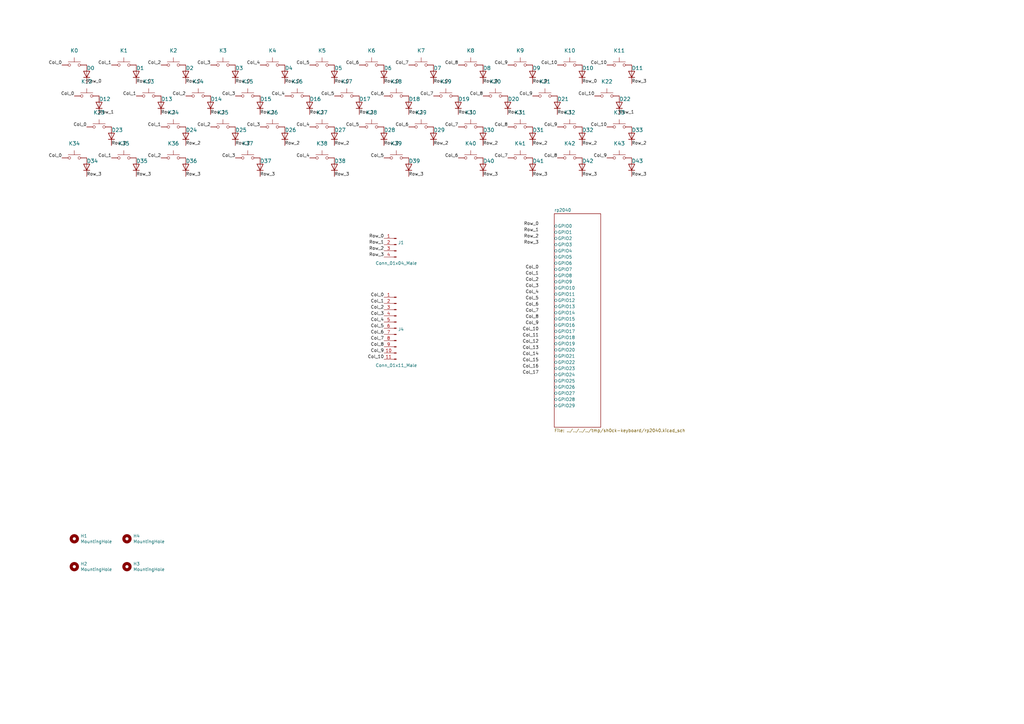
<source format=kicad_sch>
(kicad_sch (version 20230121) (generator eeschema)
  (paper "A3")
  (title_block (title "Phoenix") (date "2022-02-20 21:47") (comment 1 "Author: Rajesh Singh") (comment 2 "Generated by klepcbgen.py v0.1"))
  (lib_symbols
    (symbol "Connector:Conn_01x04_Male" (pin_names (offset 1.016) hide)
      (property "Reference" "J" (at 0 5.08 0))
      (property "Value" "Conn_01x04_Male" (at 0 -7.62 0))
      (symbol "Conn_01x04_Male_1_1"
        (polyline (pts (xy 1.27 -5.08) (xy 0.8636 -5.08)) (stroke (width 0.1524)))
        (polyline (pts (xy 1.27 -2.54) (xy 0.8636 -2.54)) (stroke (width 0.1524)))
        (polyline (pts (xy 1.27 0) (xy 0.8636 0)) (stroke (width 0.1524)))
        (polyline (pts (xy 1.27 2.54) (xy 0.8636 2.54)) (stroke (width 0.1524)))
        (rectangle (start 0.8636 -4.953) (end 0 -5.207) (stroke (width 0.1524)) (fill (type outline)))
        (rectangle (start 0.8636 -2.413) (end 0 -2.667) (stroke (width 0.1524)) (fill (type outline)))
        (rectangle (start 0.8636 0.127) (end 0 -0.127) (stroke (width 0.1524)) (fill (type outline)))
        (rectangle (start 0.8636 2.667) (end 0 2.413) (stroke (width 0.1524)) (fill (type outline)))
        (pin passive line (at 5.08 2.54 180) (length 3.81) (name "Pin_1") (number "1"))
        (pin passive line (at 5.08 0 180) (length 3.81) (name "Pin_2") (number "2"))
        (pin passive line (at 5.08 -2.54 180) (length 3.81) (name "Pin_3") (number "3"))
        (pin passive line (at 5.08 -5.08 180) (length 3.81) (name "Pin_4") (number "4"))
      )
    )
    (symbol "Connector:Conn_01x11_Male" (pin_names (offset 1.016) hide)
      (property "Reference" "J" (at 0 15.24 0))
      (property "Value" "Conn_01x11_Male" (at 0 -15.24 0))
      (symbol "Conn_01x11_Male_1_1"
        (polyline (pts (xy 1.27 -12.7) (xy 0.8636 -12.7)) (stroke (width 0.1524)))
        (polyline (pts (xy 1.27 -10.16) (xy 0.8636 -10.16)) (stroke (width 0.1524)))
        (polyline (pts (xy 1.27 -7.62) (xy 0.8636 -7.62)) (stroke (width 0.1524)))
        (polyline (pts (xy 1.27 -5.08) (xy 0.8636 -5.08)) (stroke (width 0.1524)))
        (polyline (pts (xy 1.27 -2.54) (xy 0.8636 -2.54)) (stroke (width 0.1524)))
        (polyline (pts (xy 1.27 0) (xy 0.8636 0)) (stroke (width 0.1524)))
        (polyline (pts (xy 1.27 2.54) (xy 0.8636 2.54)) (stroke (width 0.1524)))
        (polyline (pts (xy 1.27 5.08) (xy 0.8636 5.08)) (stroke (width 0.1524)))
        (polyline (pts (xy 1.27 7.62) (xy 0.8636 7.62)) (stroke (width 0.1524)))
        (polyline (pts (xy 1.27 10.16) (xy 0.8636 10.16)) (stroke (width 0.1524)))
        (polyline (pts (xy 1.27 12.7) (xy 0.8636 12.7)) (stroke (width 0.1524)))
        (rectangle (start 0.8636 -12.573) (end 0 -12.827) (stroke (width 0.1524)) (fill (type outline)))
        (rectangle (start 0.8636 -10.033) (end 0 -10.287) (stroke (width 0.1524)) (fill (type outline)))
        (rectangle (start 0.8636 -7.493) (end 0 -7.747) (stroke (width 0.1524)) (fill (type outline)))
        (rectangle (start 0.8636 -4.953) (end 0 -5.207) (stroke (width 0.1524)) (fill (type outline)))
        (rectangle (start 0.8636 -2.413) (end 0 -2.667) (stroke (width 0.1524)) (fill (type outline)))
        (rectangle (start 0.8636 0.127) (end 0 -0.127) (stroke (width 0.1524)) (fill (type outline)))
        (rectangle (start 0.8636 2.667) (end 0 2.413) (stroke (width 0.1524)) (fill (type outline)))
        (rectangle (start 0.8636 5.207) (end 0 4.953) (stroke (width 0.1524)) (fill (type outline)))
        (rectangle (start 0.8636 7.747) (end 0 7.493) (stroke (width 0.1524)) (fill (type outline)))
        (rectangle (start 0.8636 10.287) (end 0 10.033) (stroke (width 0.1524)) (fill (type outline)))
        (rectangle (start 0.8636 12.827) (end 0 12.573) (stroke (width 0.1524)) (fill (type outline)))
        (pin passive line (at 5.08 12.7 180) (length 3.81) (name "Pin_1") (number "1"))
        (pin passive line (at 5.08 -10.16 180) (length 3.81) (name "Pin_10") (number "10"))
        (pin passive line (at 5.08 -12.7 180) (length 3.81) (name "Pin_11") (number "11"))
        (pin passive line (at 5.08 10.16 180) (length 3.81) (name "Pin_2") (number "2"))
        (pin passive line (at 5.08 7.62 180) (length 3.81) (name "Pin_3") (number "3"))
        (pin passive line (at 5.08 5.08 180) (length 3.81) (name "Pin_4") (number "4"))
        (pin passive line (at 5.08 2.54 180) (length 3.81) (name "Pin_5") (number "5"))
        (pin passive line (at 5.08 0 180) (length 3.81) (name "Pin_6") (number "6"))
        (pin passive line (at 5.08 -2.54 180) (length 3.81) (name "Pin_7") (number "7"))
        (pin passive line (at 5.08 -5.08 180) (length 3.81) (name "Pin_8") (number "8"))
        (pin passive line (at 5.08 -7.62 180) (length 3.81) (name "Pin_9") (number "9"))
      )
    )
    (symbol "Device:D" (pin_numbers hide) (pin_names (offset 1.016) hide)
      (property "Reference" "D" (at 0 2.54 0))
      (property "Value" "D" (at 0 -2.54 0))
      (symbol "D_0_1"
        (polyline (pts (xy -1.27 1.27) (xy -1.27 -1.27)) (stroke (width 0.254)))
        (polyline (pts (xy 1.27 0) (xy -1.27 0)))
        (polyline (pts (xy 1.27 1.27) (xy 1.27 -1.27) (xy -1.27 0) (xy 1.27 1.27)) (stroke (width 0.254)))
      )
      (symbol "D_1_1"
        (pin passive line (at -3.81 0 0) (length 2.54) (name "K") (number "1"))
        (pin passive line (at 3.81 0 180) (length 2.54) (name "A") (number "2"))
      )
    )
    (symbol "Mechanical:MountingHole" (pin_names (offset 1.016))
      (property "Reference" "H" (at 0 5.08 0))
      (property "Value" "MountingHole" (at 0 3.175 0))
      (symbol "MountingHole_0_1"
        (circle (center 0 0) (radius 1.27) (stroke (width 1.27)))
      )
    )
    (symbol "Switch:SW_Push" (pin_numbers hide) (pin_names (offset 1.016) hide)
      (property "Reference" "SW" (at 1.27 2.54 0))
      (property "Value" "SW_Push" (at 0 -1.524 0))
      (symbol "SW_Push_0_1"
        (circle (center -2.032 0) (radius 0.508))
        (polyline (pts (xy 0 1.27) (xy 0 3.048)))
        (polyline (pts (xy 2.54 1.27) (xy -2.54 1.27)))
        (circle (center 2.032 0) (radius 0.508))
        (pin passive line (at -5.08 0 0) (length 2.54) (name "1") (number "1"))
        (pin passive line (at 5.08 0 180) (length 2.54) (name "2") (number "2"))
      )
    )
  )
  (label "Col_2" (at 66.04 64.77 180))
  (label "Row_1" (at 254 46.99 0))
  (label "Row_0" (at 218.44 34.29 0))
  (label "Col_7" (at 157.48 139.7 180))
  (label "Row_2" (at 259.08 59.69 0))
  (label "Col_4" (at 116.84 39.37 180))
  (label "Row_2" (at 198.12 59.69 0))
  (label "Col_9" (at 228.6 52.07 180))
  (label "Col_6" (at 220.98 125.73 180))
  (label "Col_12" (at 220.98 140.97 180))
  (label "Col_7" (at 220.98 128.27 180))
  (label "Row_0" (at 177.8 34.29 0))
  (label "Col_1" (at 220.98 113.03 180))
  (label "Col_1" (at 45.72 26.67 180))
  (label "Row_1" (at 86.36 46.99 0))
  (label "Row_0" (at 96.52 34.29 0))
  (label "Col_6" (at 147.32 26.67 180))
  (label "Row_1" (at 147.32 46.99 0))
  (label "Col_8" (at 187.96 26.67 180))
  (label "Col_9" (at 208.28 26.67 180))
  (label "Row_2" (at 177.8 59.69 0))
  (label "Col_2" (at 76.2 39.37 180))
  (label "Row_2" (at 218.44 59.69 0))
  (label "Row_2" (at 45.72 59.69 0))
  (label "Col_5" (at 157.48 134.62 180))
  (label "Row_0" (at 198.12 34.29 0))
  (label "Col_13" (at 220.98 143.51 180))
  (label "Col_8" (at 198.12 39.37 180))
  (label "Row_3" (at 157.48 105.41 180))
  (label "Col_15" (at 220.98 148.59 180))
  (label "Col_9" (at 248.92 64.77 180))
  (label "Col_9" (at 157.48 144.78 180))
  (label "Col_3" (at 220.98 118.11 180))
  (label "Row_1" (at 106.68 46.99 0))
  (label "Row_3" (at 35.56 72.39 0))
  (label "Row_1" (at 157.48 100.33 180))
  (label "Col_3" (at 86.36 26.67 180))
  (label "Row_3" (at 218.44 72.39 0))
  (label "Col_8" (at 220.98 130.81 180))
  (label "Row_3" (at 259.08 72.39 0))
  (label "Row_1" (at 208.28 46.99 0))
  (label "Row_1" (at 127 46.99 0))
  (label "Col_3" (at 96.52 64.77 180))
  (label "Row_2" (at 157.48 102.87 180))
  (label "Col_8" (at 157.48 142.24 180))
  (label "Col_17" (at 220.98 153.67 180))
  (label "Col_5" (at 137.16 39.37 180))
  (label "Col_6" (at 157.48 137.16 180))
  (label "Col_0" (at 220.98 110.49 180))
  (label "Col_4" (at 106.68 26.67 180))
  (label "Col_11" (at 220.98 138.43 180))
  (label "Col_3" (at 96.52 39.37 180))
  (label "Col_6" (at 157.48 39.37 180))
  (label "Row_0" (at 157.48 34.29 0))
  (label "Col_0" (at 35.56 52.07 180))
  (label "Col_6" (at 167.64 52.07 180))
  (label "Col_3" (at 106.68 52.07 180))
  (label "Col_0" (at 25.4 26.67 180))
  (label "Col_10" (at 248.92 52.07 180))
  (label "Col_8" (at 228.6 64.77 180))
  (label "Col_6" (at 187.96 64.77 180))
  (label "Col_10" (at 243.84 39.37 180))
  (label "Row_2" (at 157.48 59.69 0))
  (label "Col_14" (at 220.98 146.05 180))
  (label "Row_0" (at 116.84 34.29 0))
  (label "Col_10" (at 248.92 26.67 180))
  (label "Col_10" (at 157.48 147.32 180))
  (label "Row_2" (at 96.52 59.69 0))
  (label "Col_7" (at 167.64 26.67 180))
  (label "Col_4" (at 127 64.77 180))
  (label "Col_10" (at 228.6 26.67 180))
  (label "Row_0" (at 55.88 34.29 0))
  (label "Row_1" (at 40.64 46.99 0))
  (label "Row_2" (at 137.16 59.69 0))
  (label "Col_5" (at 127 26.67 180))
  (label "Col_2" (at 66.04 26.67 180))
  (label "Col_7" (at 208.28 64.77 180))
  (label "Row_2" (at 220.98 97.79 180))
  (label "Row_0" (at 238.76 34.29 0))
  (label "Row_1" (at 66.04 46.99 0))
  (label "Row_2" (at 76.2 59.69 0))
  (label "Col_3" (at 157.48 129.54 180))
  (label "Col_5" (at 220.98 123.19 180))
  (label "Row_0" (at 76.2 34.29 0))
  (label "Col_5" (at 157.48 64.77 180))
  (label "Row_3" (at 55.88 72.39 0))
  (label "Row_3" (at 106.68 72.39 0))
  (label "Col_0" (at 157.48 121.92 180))
  (label "Row_0" (at 35.56 34.29 0))
  (label "Col_0" (at 30.48 39.37 180))
  (label "Col_2" (at 86.36 52.07 180))
  (label "Col_4" (at 127 52.07 180))
  (label "Col_4" (at 220.98 120.65 180))
  (label "Row_3" (at 76.2 72.39 0))
  (label "Row_3" (at 167.64 72.39 0))
  (label "Row_3" (at 259.08 34.29 0))
  (label "Row_1" (at 167.64 46.99 0))
  (label "Col_16" (at 220.98 151.13 180))
  (label "Row_1" (at 228.6 46.99 0))
  (label "Row_3" (at 220.98 100.33 180))
  (label "Col_9" (at 220.98 133.35 180))
  (label "Col_2" (at 157.48 127 180))
  (label "Col_7" (at 177.8 39.37 180))
  (label "Row_1" (at 220.98 95.25 180))
  (label "Col_10" (at 220.98 135.89 180))
  (label "Row_3" (at 238.76 72.39 0))
  (label "Col_7" (at 187.96 52.07 180))
  (label "Row_1" (at 187.96 46.99 0))
  (label "Row_2" (at 238.76 59.69 0))
  (label "Col_1" (at 66.04 52.07 180))
  (label "Row_3" (at 198.12 72.39 0))
  (label "Col_5" (at 147.32 52.07 180))
  (label "Col_1" (at 45.72 64.77 180))
  (label "Row_2" (at 116.84 59.69 0))
  (label "Row_0" (at 157.48 97.79 180))
  (label "Col_9" (at 218.44 39.37 180))
  (label "Row_0" (at 137.16 34.29 0))
  (label "Col_1" (at 157.48 124.46 180))
  (label "Row_0" (at 220.98 92.71 180))
  (label "Col_1" (at 55.88 39.37 180))
  (label "Col_2" (at 220.98 115.57 180))
  (label "Col_4" (at 157.48 132.08 180))
  (label "Col_0" (at 25.4 64.77 180))
  (label "Row_3" (at 137.16 72.39 0))
  (label "Col_8" (at 208.28 52.07 180))
  (symbol (lib_id "Device:D") (at 259.08 68.58 90) (unit 1)
    (property "Reference" "D43" (at 259.08 66.04 90) (effects (font (size 1.524 1.524)) (justify right)))
    (property "Value" "D" (effects hide))
    (property "Footprint" "Diode_SMD:D_SOD-323" (effects hide))
    (property "Datasheet" "https://datasheet.lcsc.com/lcsc/2201251830_JSMSEMI-1N4007WS_C2687395.pdf" (effects hide))
    (property "LCSC" "C2687395" (effects hide))
    (property "LCSC#" "C2687395" (effects hide))
  )
  (symbol (lib_id "Mechanical:MountingHole") (at 30.48 232.41 0) (unit 1) (in_bom no)
    (property "Reference" "H2" (at 33.02 231.2416 0) (effects (justify left)))
    (property "Value" "MountingHole" (at 33.02 233.553 0) (effects (justify left)))
    (property "Footprint" "MountingHole:MountingHole_3.2mm_M3_DIN965" (effects hide))
    (property "Datasheet" "https://datasheet.lcsc.com/lcsc/2201251830_JSMSEMI-1N4007WS_C2687395.pdf" (effects hide))
  )
  (symbol (lib_id "Mechanical:MountingHole") (at 30.48 220.98 0) (unit 1) (in_bom no)
    (property "Reference" "H1" (at 33.02 219.8116 0) (effects (justify left)))
    (property "Value" "MountingHole" (at 33.02 222.123 0) (effects (justify left)))
    (property "Footprint" "MountingHole:MountingHole_3.2mm_M3_DIN965" (effects hide))
    (property "Datasheet" "https://datasheet.lcsc.com/lcsc/2201251830_JSMSEMI-1N4007WS_C2687395.pdf" (effects hide))
  )
  (symbol (lib_id "Mechanical:MountingHole") (at 52.07 220.98 0) (unit 1) (in_bom no)
    (property "Reference" "H4" (at 54.61 219.8116 0) (effects (justify left)))
    (property "Value" "MountingHole" (at 54.61 222.123 0) (effects (justify left)))
    (property "Footprint" "MountingHole:MountingHole_3.2mm_M3_DIN965" (effects hide))
    (property "Datasheet" "https://datasheet.lcsc.com/lcsc/2201251830_JSMSEMI-1N4007WS_C2687395.pdf" (effects hide))
  )
  (symbol (lib_id "Mechanical:MountingHole") (at 52.07 232.41 0) (unit 1) (in_bom no)
    (property "Reference" "H3" (at 54.61 231.2416 0) (effects (justify left)))
    (property "Value" "MountingHole" (at 54.61 233.553 0) (effects (justify left)))
    (property "Footprint" "MountingHole:MountingHole_3.2mm_M3_DIN965" (effects hide))
    (property "Datasheet" "https://datasheet.lcsc.com/lcsc/2201251830_JSMSEMI-1N4007WS_C2687395.pdf" (effects hide))
  )
  (symbol (lib_id "Switch:SW_Push") (at 30.48 26.67 0) (unit 1)
    (property "Reference" "K0" (at 30.48 20.7518 0) (effects (font (size 1.524 1.524))))
    (property "Value" "KEYSW" (effects hide))
    (property "Footprint" "Button_Switch_Keyboard:SW_Cherry_MX_1.00u_PCB" (effects hide))
  )
  (symbol (lib_id "Switch:SW_Push") (at 254 64.77 0) (unit 1)
    (property "Reference" "K43" (at 254 58.8518 0) (effects (font (size 1.524 1.524))))
    (property "Value" "KEYSW" (effects hide))
    (property "Footprint" "Button_Switch_Keyboard:SW_Cherry_MX_1.00u_PCB" (effects hide))
  )
  (symbol (lib_id "Switch:SW_Push") (at 50.8 26.67 0) (unit 1)
    (property "Reference" "K1" (at 50.8 20.7518 0) (effects (font (size 1.524 1.524))))
    (property "Value" "KEYSW" (effects hide))
    (property "Footprint" "Button_Switch_Keyboard:SW_Cherry_MX_1.00u_PCB" (effects hide))
  )
  (symbol (lib_id "Switch:SW_Push") (at 233.68 64.77 0) (unit 1)
    (property "Reference" "K42" (at 233.68 58.8518 0) (effects (font (size 1.524 1.524))))
    (property "Value" "KEYSW" (effects hide))
    (property "Footprint" "Button_Switch_Keyboard:SW_Cherry_MX_1.00u_PCB" (effects hide))
  )
  (symbol (lib_id "Switch:SW_Push") (at 71.12 26.67 0) (unit 1)
    (property "Reference" "K2" (at 71.12 20.7518 0) (effects (font (size 1.524 1.524))))
    (property "Value" "KEYSW" (effects hide))
    (property "Footprint" "Button_Switch_Keyboard:SW_Cherry_MX_1.00u_PCB" (effects hide))
  )
  (symbol (lib_id "Switch:SW_Push") (at 213.36 64.77 0) (unit 1)
    (property "Reference" "K41" (at 213.36 58.8518 0) (effects (font (size 1.524 1.524))))
    (property "Value" "KEYSW" (effects hide))
    (property "Footprint" "Button_Switch_Keyboard:SW_Cherry_MX_1.00u_PCB" (effects hide))
  )
  (symbol (lib_id "Switch:SW_Push") (at 91.44 26.67 0) (unit 1)
    (property "Reference" "K3" (at 91.44 20.7518 0) (effects (font (size 1.524 1.524))))
    (property "Value" "KEYSW" (effects hide))
    (property "Footprint" "Button_Switch_Keyboard:SW_Cherry_MX_1.00u_PCB" (effects hide))
  )
  (symbol (lib_id "Switch:SW_Push") (at 193.04 64.77 0) (unit 1)
    (property "Reference" "K40" (at 193.04 58.8518 0) (effects (font (size 1.524 1.524))))
    (property "Value" "KEYSW" (effects hide))
    (property "Footprint" "Button_Switch_Keyboard:SW_Cherry_MX_1.00u_PCB" (effects hide))
  )
  (symbol (lib_id "Switch:SW_Push") (at 111.76 26.67 0) (unit 1)
    (property "Reference" "K4" (at 111.76 20.7518 0) (effects (font (size 1.524 1.524))))
    (property "Value" "KEYSW" (effects hide))
    (property "Footprint" "Button_Switch_Keyboard:SW_Cherry_MX_1.00u_PCB" (effects hide))
  )
  (symbol (lib_id "Switch:SW_Push") (at 162.56 64.77 0) (unit 1)
    (property "Reference" "K39" (at 162.56 58.8518 0) (effects (font (size 1.524 1.524))))
    (property "Value" "KEYSW" (effects hide))
    (property "Footprint" "Button_Switch_Keyboard:SW_Cherry_MX_2.00u_PCB" (effects hide))
  )
  (symbol (lib_id "Switch:SW_Push") (at 132.08 26.67 0) (unit 1)
    (property "Reference" "K5" (at 132.08 20.7518 0) (effects (font (size 1.524 1.524))))
    (property "Value" "KEYSW" (effects hide))
    (property "Footprint" "Button_Switch_Keyboard:SW_Cherry_MX_1.00u_PCB" (effects hide))
  )
  (symbol (lib_id "Switch:SW_Push") (at 132.08 64.77 0) (unit 1)
    (property "Reference" "K38" (at 132.08 58.8518 0) (effects (font (size 1.524 1.524))))
    (property "Value" "KEYSW" (effects hide))
    (property "Footprint" "Button_Switch_Keyboard:SW_Cherry_MX_1.00u_PCB" (effects hide))
  )
  (symbol (lib_id "Switch:SW_Push") (at 152.4 26.67 0) (unit 1)
    (property "Reference" "K6" (at 152.4 20.7518 0) (effects (font (size 1.524 1.524))))
    (property "Value" "KEYSW" (effects hide))
    (property "Footprint" "Button_Switch_Keyboard:SW_Cherry_MX_1.00u_PCB" (effects hide))
  )
  (symbol (lib_id "Switch:SW_Push") (at 101.6 64.77 0) (unit 1)
    (property "Reference" "K37" (at 101.6 58.8518 0) (effects (font (size 1.524 1.524))))
    (property "Value" "KEYSW" (effects hide))
    (property "Footprint" "Button_Switch_Keyboard:SW_Cherry_MX_2.00u_PCB" (effects hide))
  )
  (symbol (lib_id "Switch:SW_Push") (at 172.72 26.67 0) (unit 1)
    (property "Reference" "K7" (at 172.72 20.7518 0) (effects (font (size 1.524 1.524))))
    (property "Value" "KEYSW" (effects hide))
    (property "Footprint" "Button_Switch_Keyboard:SW_Cherry_MX_1.00u_PCB" (effects hide))
  )
  (symbol (lib_id "Switch:SW_Push") (at 71.12 64.77 0) (unit 1)
    (property "Reference" "K36" (at 71.12 58.8518 0) (effects (font (size 1.524 1.524))))
    (property "Value" "KEYSW" (effects hide))
    (property "Footprint" "Button_Switch_Keyboard:SW_Cherry_MX_1.00u_PCB" (effects hide))
  )
  (symbol (lib_id "Switch:SW_Push") (at 193.04 26.67 0) (unit 1)
    (property "Reference" "K8" (at 193.04 20.7518 0) (effects (font (size 1.524 1.524))))
    (property "Value" "KEYSW" (effects hide))
    (property "Footprint" "Button_Switch_Keyboard:SW_Cherry_MX_1.00u_PCB" (effects hide))
  )
  (symbol (lib_id "Switch:SW_Push") (at 50.8 64.77 0) (unit 1)
    (property "Reference" "K35" (at 50.8 58.8518 0) (effects (font (size 1.524 1.524))))
    (property "Value" "KEYSW" (effects hide))
    (property "Footprint" "Button_Switch_Keyboard:SW_Cherry_MX_1.00u_PCB" (effects hide))
  )
  (symbol (lib_id "Switch:SW_Push") (at 213.36 26.67 0) (unit 1)
    (property "Reference" "K9" (at 213.36 20.7518 0) (effects (font (size 1.524 1.524))))
    (property "Value" "KEYSW" (effects hide))
    (property "Footprint" "Button_Switch_Keyboard:SW_Cherry_MX_1.00u_PCB" (effects hide))
  )
  (symbol (lib_id "Switch:SW_Push") (at 30.48 64.77 0) (unit 1)
    (property "Reference" "K34" (at 30.48 58.8518 0) (effects (font (size 1.524 1.524))))
    (property "Value" "KEYSW" (effects hide))
    (property "Footprint" "Button_Switch_Keyboard:SW_Cherry_MX_1.00u_PCB" (effects hide))
  )
  (symbol (lib_id "Switch:SW_Push") (at 233.68 26.67 0) (unit 1)
    (property "Reference" "K10" (at 233.68 20.7518 0) (effects (font (size 1.524 1.524))))
    (property "Value" "KEYSW" (effects hide))
    (property "Footprint" "Button_Switch_Keyboard:SW_Cherry_MX_1.00u_PCB" (effects hide))
  )
  (symbol (lib_id "Switch:SW_Push") (at 254 52.07 0) (unit 1)
    (property "Reference" "K33" (at 254 46.1518 0) (effects (font (size 1.524 1.524))))
    (property "Value" "KEYSW" (effects hide))
    (property "Footprint" "Button_Switch_Keyboard:SW_Cherry_MX_1.00u_PCB" (effects hide))
  )
  (symbol (lib_id "Switch:SW_Push") (at 254 26.67 0) (unit 1)
    (property "Reference" "K11" (at 254 20.7518 0) (effects (font (size 1.524 1.524))))
    (property "Value" "KEYSW" (effects hide))
    (property "Footprint" "Button_Switch_Keyboard:SW_Cherry_MX_1.00u_PCB" (effects hide))
  )
  (symbol (lib_id "Switch:SW_Push") (at 233.68 52.07 0) (unit 1)
    (property "Reference" "K32" (at 233.68 46.1518 0) (effects (font (size 1.524 1.524))))
    (property "Value" "KEYSW" (effects hide))
    (property "Footprint" "Button_Switch_Keyboard:SW_Cherry_MX_1.00u_PCB" (effects hide))
  )
  (symbol (lib_id "Switch:SW_Push") (at 35.56 39.37 0) (unit 1)
    (property "Reference" "K12" (at 35.56 33.4518 0) (effects (font (size 1.524 1.524))))
    (property "Value" "KEYSW" (effects hide))
    (property "Footprint" "Button_Switch_Keyboard:SW_Cherry_MX_1.50u_PCB" (effects hide))
  )
  (symbol (lib_id "Switch:SW_Push") (at 213.36 52.07 0) (unit 1)
    (property "Reference" "K31" (at 213.36 46.1518 0) (effects (font (size 1.524 1.524))))
    (property "Value" "KEYSW" (effects hide))
    (property "Footprint" "Button_Switch_Keyboard:SW_Cherry_MX_1.00u_PCB" (effects hide))
  )
  (symbol (lib_id "Switch:SW_Push") (at 60.96 39.37 0) (unit 1)
    (property "Reference" "K13" (at 60.96 33.4518 0) (effects (font (size 1.524 1.524))))
    (property "Value" "KEYSW" (effects hide))
    (property "Footprint" "Button_Switch_Keyboard:SW_Cherry_MX_1.00u_PCB" (effects hide))
  )
  (symbol (lib_id "Switch:SW_Push") (at 193.04 52.07 0) (unit 1)
    (property "Reference" "K30" (at 193.04 46.1518 0) (effects (font (size 1.524 1.524))))
    (property "Value" "KEYSW" (effects hide))
    (property "Footprint" "Button_Switch_Keyboard:SW_Cherry_MX_1.00u_PCB" (effects hide))
  )
  (symbol (lib_id "Switch:SW_Push") (at 81.28 39.37 0) (unit 1)
    (property "Reference" "K14" (at 81.28 33.4518 0) (effects (font (size 1.524 1.524))))
    (property "Value" "KEYSW" (effects hide))
    (property "Footprint" "Button_Switch_Keyboard:SW_Cherry_MX_1.00u_PCB" (effects hide))
  )
  (symbol (lib_id "Switch:SW_Push") (at 172.72 52.07 0) (unit 1)
    (property "Reference" "K29" (at 172.72 46.1518 0) (effects (font (size 1.524 1.524))))
    (property "Value" "KEYSW" (effects hide))
    (property "Footprint" "Button_Switch_Keyboard:SW_Cherry_MX_1.00u_PCB" (effects hide))
  )
  (symbol (lib_id "Switch:SW_Push") (at 101.6 39.37 0) (unit 1)
    (property "Reference" "K15" (at 101.6 33.4518 0) (effects (font (size 1.524 1.524))))
    (property "Value" "KEYSW" (effects hide))
    (property "Footprint" "Button_Switch_Keyboard:SW_Cherry_MX_1.00u_PCB" (effects hide))
  )
  (symbol (lib_id "Switch:SW_Push") (at 152.4 52.07 0) (unit 1)
    (property "Reference" "K28" (at 152.4 46.1518 0) (effects (font (size 1.524 1.524))))
    (property "Value" "KEYSW" (effects hide))
    (property "Footprint" "Button_Switch_Keyboard:SW_Cherry_MX_1.00u_PCB" (effects hide))
  )
  (symbol (lib_id "Switch:SW_Push") (at 121.92 39.37 0) (unit 1)
    (property "Reference" "K16" (at 121.92 33.4518 0) (effects (font (size 1.524 1.524))))
    (property "Value" "KEYSW" (effects hide))
    (property "Footprint" "Button_Switch_Keyboard:SW_Cherry_MX_1.00u_PCB" (effects hide))
  )
  (symbol (lib_id "Switch:SW_Push") (at 132.08 52.07 0) (unit 1)
    (property "Reference" "K27" (at 132.08 46.1518 0) (effects (font (size 1.524 1.524))))
    (property "Value" "KEYSW" (effects hide))
    (property "Footprint" "Button_Switch_Keyboard:SW_Cherry_MX_1.00u_PCB" (effects hide))
  )
  (symbol (lib_id "Switch:SW_Push") (at 142.24 39.37 0) (unit 1)
    (property "Reference" "K17" (at 142.24 33.4518 0) (effects (font (size 1.524 1.524))))
    (property "Value" "KEYSW" (effects hide))
    (property "Footprint" "Button_Switch_Keyboard:SW_Cherry_MX_1.00u_PCB" (effects hide))
  )
  (symbol (lib_id "Switch:SW_Push") (at 111.76 52.07 0) (unit 1)
    (property "Reference" "K26" (at 111.76 46.1518 0) (effects (font (size 1.524 1.524))))
    (property "Value" "KEYSW" (effects hide))
    (property "Footprint" "Button_Switch_Keyboard:SW_Cherry_MX_1.00u_PCB" (effects hide))
  )
  (symbol (lib_id "Switch:SW_Push") (at 162.56 39.37 0) (unit 1)
    (property "Reference" "K18" (at 162.56 33.4518 0) (effects (font (size 1.524 1.524))))
    (property "Value" "KEYSW" (effects hide))
    (property "Footprint" "Button_Switch_Keyboard:SW_Cherry_MX_1.00u_PCB" (effects hide))
  )
  (symbol (lib_id "Switch:SW_Push") (at 91.44 52.07 0) (unit 1)
    (property "Reference" "K25" (at 91.44 46.1518 0) (effects (font (size 1.524 1.524))))
    (property "Value" "KEYSW" (effects hide))
    (property "Footprint" "Button_Switch_Keyboard:SW_Cherry_MX_1.00u_PCB" (effects hide))
  )
  (symbol (lib_id "Switch:SW_Push") (at 182.88 39.37 0) (unit 1)
    (property "Reference" "K19" (at 182.88 33.4518 0) (effects (font (size 1.524 1.524))))
    (property "Value" "KEYSW" (effects hide))
    (property "Footprint" "Button_Switch_Keyboard:SW_Cherry_MX_1.00u_PCB" (effects hide))
  )
  (symbol (lib_id "Switch:SW_Push") (at 71.12 52.07 0) (unit 1)
    (property "Reference" "K24" (at 71.12 46.1518 0) (effects (font (size 1.524 1.524))))
    (property "Value" "KEYSW" (effects hide))
    (property "Footprint" "Button_Switch_Keyboard:SW_Cherry_MX_1.00u_PCB" (effects hide))
  )
  (symbol (lib_id "Switch:SW_Push") (at 203.2 39.37 0) (unit 1)
    (property "Reference" "K20" (at 203.2 33.4518 0) (effects (font (size 1.524 1.524))))
    (property "Value" "KEYSW" (effects hide))
    (property "Footprint" "Button_Switch_Keyboard:SW_Cherry_MX_1.00u_PCB" (effects hide))
  )
  (symbol (lib_id "Switch:SW_Push") (at 40.64 52.07 0) (unit 1)
    (property "Reference" "K23" (at 40.64 46.1518 0) (effects (font (size 1.524 1.524))))
    (property "Value" "KEYSW" (effects hide))
    (property "Footprint" "Button_Switch_Keyboard:SW_Cherry_MX_2.00u_PCB" (effects hide))
  )
  (symbol (lib_id "Switch:SW_Push") (at 223.52 39.37 0) (unit 1)
    (property "Reference" "K21" (at 223.52 33.4518 0) (effects (font (size 1.524 1.524))))
    (property "Value" "KEYSW" (effects hide))
    (property "Footprint" "Button_Switch_Keyboard:SW_Cherry_MX_1.00u_PCB" (effects hide))
  )
  (symbol (lib_id "Device:D") (at 228.6 43.18 90) (unit 1)
    (property "Reference" "D21" (at 228.6 40.64 90) (effects (font (size 1.524 1.524)) (justify right)))
    (property "Value" "D" (effects hide))
    (property "Footprint" "Diode_SMD:D_SOD-323" (effects hide))
    (property "Datasheet" "https://datasheet.lcsc.com/lcsc/2201251830_JSMSEMI-1N4007WS_C2687395.pdf" (effects hide))
    (property "LCSC" "C2687395" (effects hide))
    (property "LCSC#" "C2687395" (effects hide))
  )
  (symbol (lib_id "Device:D") (at 254 43.18 90) (unit 1)
    (property "Reference" "D22" (at 254 40.64 90) (effects (font (size 1.524 1.524)) (justify right)))
    (property "Value" "D" (effects hide))
    (property "Footprint" "Diode_SMD:D_SOD-323" (effects hide))
    (property "Datasheet" "https://datasheet.lcsc.com/lcsc/2201251830_JSMSEMI-1N4007WS_C2687395.pdf" (effects hide))
    (property "LCSC" "C2687395" (effects hide))
    (property "LCSC#" "C2687395" (effects hide))
  )
  (symbol (lib_id "Device:D") (at 208.28 43.18 90) (unit 1)
    (property "Reference" "D20" (at 208.28 40.64 90) (effects (font (size 1.524 1.524)) (justify right)))
    (property "Value" "D" (effects hide))
    (property "Footprint" "Diode_SMD:D_SOD-323" (effects hide))
    (property "Datasheet" "https://datasheet.lcsc.com/lcsc/2201251830_JSMSEMI-1N4007WS_C2687395.pdf" (effects hide))
    (property "LCSC" "C2687395" (effects hide))
    (property "LCSC#" "C2687395" (effects hide))
  )
  (symbol (lib_id "Device:D") (at 45.72 55.88 90) (unit 1)
    (property "Reference" "D23" (at 45.72 53.34 90) (effects (font (size 1.524 1.524)) (justify right)))
    (property "Value" "D" (effects hide))
    (property "Footprint" "Diode_SMD:D_SOD-323" (effects hide))
    (property "Datasheet" "https://datasheet.lcsc.com/lcsc/2201251830_JSMSEMI-1N4007WS_C2687395.pdf" (effects hide))
    (property "LCSC" "C2687395" (effects hide))
    (property "LCSC#" "C2687395" (effects hide))
  )
  (symbol (lib_id "Device:D") (at 187.96 43.18 90) (unit 1)
    (property "Reference" "D19" (at 187.96 40.64 90) (effects (font (size 1.524 1.524)) (justify right)))
    (property "Value" "D" (effects hide))
    (property "Footprint" "Diode_SMD:D_SOD-323" (effects hide))
    (property "Datasheet" "https://datasheet.lcsc.com/lcsc/2201251830_JSMSEMI-1N4007WS_C2687395.pdf" (effects hide))
    (property "LCSC" "C2687395" (effects hide))
    (property "LCSC#" "C2687395" (effects hide))
  )
  (symbol (lib_id "Device:D") (at 76.2 55.88 90) (unit 1)
    (property "Reference" "D24" (at 76.2 53.34 90) (effects (font (size 1.524 1.524)) (justify right)))
    (property "Value" "D" (effects hide))
    (property "Footprint" "Diode_SMD:D_SOD-323" (effects hide))
    (property "Datasheet" "https://datasheet.lcsc.com/lcsc/2201251830_JSMSEMI-1N4007WS_C2687395.pdf" (effects hide))
    (property "LCSC" "C2687395" (effects hide))
    (property "LCSC#" "C2687395" (effects hide))
  )
  (symbol (lib_id "Device:D") (at 167.64 43.18 90) (unit 1)
    (property "Reference" "D18" (at 167.64 40.64 90) (effects (font (size 1.524 1.524)) (justify right)))
    (property "Value" "D" (effects hide))
    (property "Footprint" "Diode_SMD:D_SOD-323" (effects hide))
    (property "Datasheet" "https://datasheet.lcsc.com/lcsc/2201251830_JSMSEMI-1N4007WS_C2687395.pdf" (effects hide))
    (property "LCSC" "C2687395" (effects hide))
    (property "LCSC#" "C2687395" (effects hide))
  )
  (symbol (lib_id "Device:D") (at 96.52 55.88 90) (unit 1)
    (property "Reference" "D25" (at 96.52 53.34 90) (effects (font (size 1.524 1.524)) (justify right)))
    (property "Value" "D" (effects hide))
    (property "Footprint" "Diode_SMD:D_SOD-323" (effects hide))
    (property "Datasheet" "https://datasheet.lcsc.com/lcsc/2201251830_JSMSEMI-1N4007WS_C2687395.pdf" (effects hide))
    (property "LCSC" "C2687395" (effects hide))
    (property "LCSC#" "C2687395" (effects hide))
  )
  (symbol (lib_id "Device:D") (at 147.32 43.18 90) (unit 1)
    (property "Reference" "D17" (at 147.32 40.64 90) (effects (font (size 1.524 1.524)) (justify right)))
    (property "Value" "D" (effects hide))
    (property "Footprint" "Diode_SMD:D_SOD-323" (effects hide))
    (property "Datasheet" "https://datasheet.lcsc.com/lcsc/2201251830_JSMSEMI-1N4007WS_C2687395.pdf" (effects hide))
    (property "LCSC" "C2687395" (effects hide))
    (property "LCSC#" "C2687395" (effects hide))
  )
  (symbol (lib_id "Device:D") (at 116.84 55.88 90) (unit 1)
    (property "Reference" "D26" (at 116.84 53.34 90) (effects (font (size 1.524 1.524)) (justify right)))
    (property "Value" "D" (effects hide))
    (property "Footprint" "Diode_SMD:D_SOD-323" (effects hide))
    (property "Datasheet" "https://datasheet.lcsc.com/lcsc/2201251830_JSMSEMI-1N4007WS_C2687395.pdf" (effects hide))
    (property "LCSC" "C2687395" (effects hide))
    (property "LCSC#" "C2687395" (effects hide))
  )
  (symbol (lib_id "Device:D") (at 127 43.18 90) (unit 1)
    (property "Reference" "D16" (at 127 40.64 90) (effects (font (size 1.524 1.524)) (justify right)))
    (property "Value" "D" (effects hide))
    (property "Footprint" "Diode_SMD:D_SOD-323" (effects hide))
    (property "Datasheet" "https://datasheet.lcsc.com/lcsc/2201251830_JSMSEMI-1N4007WS_C2687395.pdf" (effects hide))
    (property "LCSC" "C2687395" (effects hide))
    (property "LCSC#" "C2687395" (effects hide))
  )
  (symbol (lib_id "Device:D") (at 137.16 55.88 90) (unit 1)
    (property "Reference" "D27" (at 137.16 53.34 90) (effects (font (size 1.524 1.524)) (justify right)))
    (property "Value" "D" (effects hide))
    (property "Footprint" "Diode_SMD:D_SOD-323" (effects hide))
    (property "Datasheet" "https://datasheet.lcsc.com/lcsc/2201251830_JSMSEMI-1N4007WS_C2687395.pdf" (effects hide))
    (property "LCSC" "C2687395" (effects hide))
    (property "LCSC#" "C2687395" (effects hide))
  )
  (symbol (lib_id "Device:D") (at 106.68 43.18 90) (unit 1)
    (property "Reference" "D15" (at 106.68 40.64 90) (effects (font (size 1.524 1.524)) (justify right)))
    (property "Value" "D" (effects hide))
    (property "Footprint" "Diode_SMD:D_SOD-323" (effects hide))
    (property "Datasheet" "https://datasheet.lcsc.com/lcsc/2201251830_JSMSEMI-1N4007WS_C2687395.pdf" (effects hide))
    (property "LCSC" "C2687395" (effects hide))
    (property "LCSC#" "C2687395" (effects hide))
  )
  (symbol (lib_id "Device:D") (at 157.48 55.88 90) (unit 1)
    (property "Reference" "D28" (at 157.48 53.34 90) (effects (font (size 1.524 1.524)) (justify right)))
    (property "Value" "D" (effects hide))
    (property "Footprint" "Diode_SMD:D_SOD-323" (effects hide))
    (property "Datasheet" "https://datasheet.lcsc.com/lcsc/2201251830_JSMSEMI-1N4007WS_C2687395.pdf" (effects hide))
    (property "LCSC" "C2687395" (effects hide))
    (property "LCSC#" "C2687395" (effects hide))
  )
  (symbol (lib_id "Device:D") (at 86.36 43.18 90) (unit 1)
    (property "Reference" "D14" (at 86.36 40.64 90) (effects (font (size 1.524 1.524)) (justify right)))
    (property "Value" "D" (effects hide))
    (property "Footprint" "Diode_SMD:D_SOD-323" (effects hide))
    (property "Datasheet" "https://datasheet.lcsc.com/lcsc/2201251830_JSMSEMI-1N4007WS_C2687395.pdf" (effects hide))
    (property "LCSC" "C2687395" (effects hide))
    (property "LCSC#" "C2687395" (effects hide))
  )
  (symbol (lib_id "Device:D") (at 177.8 55.88 90) (unit 1)
    (property "Reference" "D29" (at 177.8 53.34 90) (effects (font (size 1.524 1.524)) (justify right)))
    (property "Value" "D" (effects hide))
    (property "Footprint" "Diode_SMD:D_SOD-323" (effects hide))
    (property "Datasheet" "https://datasheet.lcsc.com/lcsc/2201251830_JSMSEMI-1N4007WS_C2687395.pdf" (effects hide))
    (property "LCSC" "C2687395" (effects hide))
    (property "LCSC#" "C2687395" (effects hide))
  )
  (symbol (lib_id "Device:D") (at 66.04 43.18 90) (unit 1)
    (property "Reference" "D13" (at 66.04 40.64 90) (effects (font (size 1.524 1.524)) (justify right)))
    (property "Value" "D" (effects hide))
    (property "Footprint" "Diode_SMD:D_SOD-323" (effects hide))
    (property "Datasheet" "https://datasheet.lcsc.com/lcsc/2201251830_JSMSEMI-1N4007WS_C2687395.pdf" (effects hide))
    (property "LCSC" "C2687395" (effects hide))
    (property "LCSC#" "C2687395" (effects hide))
  )
  (symbol (lib_id "Device:D") (at 198.12 55.88 90) (unit 1)
    (property "Reference" "D30" (at 198.12 53.34 90) (effects (font (size 1.524 1.524)) (justify right)))
    (property "Value" "D" (effects hide))
    (property "Footprint" "Diode_SMD:D_SOD-323" (effects hide))
    (property "Datasheet" "https://datasheet.lcsc.com/lcsc/2201251830_JSMSEMI-1N4007WS_C2687395.pdf" (effects hide))
    (property "LCSC" "C2687395" (effects hide))
    (property "LCSC#" "C2687395" (effects hide))
  )
  (symbol (lib_id "Device:D") (at 40.64 43.18 90) (unit 1)
    (property "Reference" "D12" (at 40.64 40.64 90) (effects (font (size 1.524 1.524)) (justify right)))
    (property "Value" "D" (effects hide))
    (property "Footprint" "Diode_SMD:D_SOD-323" (effects hide))
    (property "Datasheet" "https://datasheet.lcsc.com/lcsc/2201251830_JSMSEMI-1N4007WS_C2687395.pdf" (effects hide))
    (property "LCSC" "C2687395" (effects hide))
    (property "LCSC#" "C2687395" (effects hide))
  )
  (symbol (lib_id "Device:D") (at 218.44 55.88 90) (unit 1)
    (property "Reference" "D31" (at 218.44 53.34 90) (effects (font (size 1.524 1.524)) (justify right)))
    (property "Value" "D" (effects hide))
    (property "Footprint" "Diode_SMD:D_SOD-323" (effects hide))
    (property "Datasheet" "https://datasheet.lcsc.com/lcsc/2201251830_JSMSEMI-1N4007WS_C2687395.pdf" (effects hide))
    (property "LCSC" "C2687395" (effects hide))
    (property "LCSC#" "C2687395" (effects hide))
  )
  (symbol (lib_id "Device:D") (at 259.08 30.48 90) (unit 1)
    (property "Reference" "D11" (at 259.08 27.94 90) (effects (font (size 1.524 1.524)) (justify right)))
    (property "Value" "D" (effects hide))
    (property "Footprint" "Diode_SMD:D_SOD-323" (effects hide))
    (property "Datasheet" "https://datasheet.lcsc.com/lcsc/2201251830_JSMSEMI-1N4007WS_C2687395.pdf" (effects hide))
    (property "LCSC" "C2687395" (effects hide))
    (property "LCSC#" "C2687395" (effects hide))
  )
  (symbol (lib_id "Device:D") (at 238.76 55.88 90) (unit 1)
    (property "Reference" "D32" (at 238.76 53.34 90) (effects (font (size 1.524 1.524)) (justify right)))
    (property "Value" "D" (effects hide))
    (property "Footprint" "Diode_SMD:D_SOD-323" (effects hide))
    (property "Datasheet" "https://datasheet.lcsc.com/lcsc/2201251830_JSMSEMI-1N4007WS_C2687395.pdf" (effects hide))
    (property "LCSC" "C2687395" (effects hide))
    (property "LCSC#" "C2687395" (effects hide))
  )
  (symbol (lib_id "Device:D") (at 238.76 30.48 90) (unit 1)
    (property "Reference" "D10" (at 238.76 27.94 90) (effects (font (size 1.524 1.524)) (justify right)))
    (property "Value" "D" (effects hide))
    (property "Footprint" "Diode_SMD:D_SOD-323" (effects hide))
    (property "Datasheet" "https://datasheet.lcsc.com/lcsc/2201251830_JSMSEMI-1N4007WS_C2687395.pdf" (effects hide))
    (property "LCSC" "C2687395" (effects hide))
    (property "LCSC#" "C2687395" (effects hide))
  )
  (symbol (lib_id "Device:D") (at 259.08 55.88 90) (unit 1)
    (property "Reference" "D33" (at 259.08 53.34 90) (effects (font (size 1.524 1.524)) (justify right)))
    (property "Value" "D" (effects hide))
    (property "Footprint" "Diode_SMD:D_SOD-323" (effects hide))
    (property "Datasheet" "https://datasheet.lcsc.com/lcsc/2201251830_JSMSEMI-1N4007WS_C2687395.pdf" (effects hide))
    (property "LCSC" "C2687395" (effects hide))
    (property "LCSC#" "C2687395" (effects hide))
  )
  (symbol (lib_id "Device:D") (at 218.44 30.48 90) (unit 1)
    (property "Reference" "D9" (at 218.44 27.94 90) (effects (font (size 1.524 1.524)) (justify right)))
    (property "Value" "D" (effects hide))
    (property "Footprint" "Diode_SMD:D_SOD-323" (effects hide))
    (property "Datasheet" "https://datasheet.lcsc.com/lcsc/2201251830_JSMSEMI-1N4007WS_C2687395.pdf" (effects hide))
    (property "LCSC" "C2687395" (effects hide))
    (property "LCSC#" "C2687395" (effects hide))
  )
  (symbol (lib_id "Device:D") (at 35.56 68.58 90) (unit 1)
    (property "Reference" "D34" (at 35.56 66.04 90) (effects (font (size 1.524 1.524)) (justify right)))
    (property "Value" "D" (effects hide))
    (property "Footprint" "Diode_SMD:D_SOD-323" (effects hide))
    (property "Datasheet" "https://datasheet.lcsc.com/lcsc/2201251830_JSMSEMI-1N4007WS_C2687395.pdf" (effects hide))
    (property "LCSC" "C2687395" (effects hide))
    (property "LCSC#" "C2687395" (effects hide))
  )
  (symbol (lib_id "Device:D") (at 198.12 30.48 90) (unit 1)
    (property "Reference" "D8" (at 198.12 27.94 90) (effects (font (size 1.524 1.524)) (justify right)))
    (property "Value" "D" (effects hide))
    (property "Footprint" "Diode_SMD:D_SOD-323" (effects hide))
    (property "Datasheet" "https://datasheet.lcsc.com/lcsc/2201251830_JSMSEMI-1N4007WS_C2687395.pdf" (effects hide))
    (property "LCSC" "C2687395" (effects hide))
    (property "LCSC#" "C2687395" (effects hide))
  )
  (symbol (lib_id "Device:D") (at 55.88 68.58 90) (unit 1)
    (property "Reference" "D35" (at 55.88 66.04 90) (effects (font (size 1.524 1.524)) (justify right)))
    (property "Value" "D" (effects hide))
    (property "Footprint" "Diode_SMD:D_SOD-323" (effects hide))
    (property "Datasheet" "https://datasheet.lcsc.com/lcsc/2201251830_JSMSEMI-1N4007WS_C2687395.pdf" (effects hide))
    (property "LCSC" "C2687395" (effects hide))
    (property "LCSC#" "C2687395" (effects hide))
  )
  (symbol (lib_id "Device:D") (at 177.8 30.48 90) (unit 1)
    (property "Reference" "D7" (at 177.8 27.94 90) (effects (font (size 1.524 1.524)) (justify right)))
    (property "Value" "D" (effects hide))
    (property "Footprint" "Diode_SMD:D_SOD-323" (effects hide))
    (property "Datasheet" "https://datasheet.lcsc.com/lcsc/2201251830_JSMSEMI-1N4007WS_C2687395.pdf" (effects hide))
    (property "LCSC" "C2687395" (effects hide))
    (property "LCSC#" "C2687395" (effects hide))
  )
  (symbol (lib_id "Device:D") (at 76.2 68.58 90) (unit 1)
    (property "Reference" "D36" (at 76.2 66.04 90) (effects (font (size 1.524 1.524)) (justify right)))
    (property "Value" "D" (effects hide))
    (property "Footprint" "Diode_SMD:D_SOD-323" (effects hide))
    (property "Datasheet" "https://datasheet.lcsc.com/lcsc/2201251830_JSMSEMI-1N4007WS_C2687395.pdf" (effects hide))
    (property "LCSC" "C2687395" (effects hide))
    (property "LCSC#" "C2687395" (effects hide))
  )
  (symbol (lib_id "Device:D") (at 157.48 30.48 90) (unit 1)
    (property "Reference" "D6" (at 157.48 27.94 90) (effects (font (size 1.524 1.524)) (justify right)))
    (property "Value" "D" (effects hide))
    (property "Footprint" "Diode_SMD:D_SOD-323" (effects hide))
    (property "Datasheet" "https://datasheet.lcsc.com/lcsc/2201251830_JSMSEMI-1N4007WS_C2687395.pdf" (effects hide))
    (property "LCSC" "C2687395" (effects hide))
    (property "LCSC#" "C2687395" (effects hide))
  )
  (symbol (lib_id "Device:D") (at 106.68 68.58 90) (unit 1)
    (property "Reference" "D37" (at 106.68 66.04 90) (effects (font (size 1.524 1.524)) (justify right)))
    (property "Value" "D" (effects hide))
    (property "Footprint" "Diode_SMD:D_SOD-323" (effects hide))
    (property "Datasheet" "https://datasheet.lcsc.com/lcsc/2201251830_JSMSEMI-1N4007WS_C2687395.pdf" (effects hide))
    (property "LCSC" "C2687395" (effects hide))
    (property "LCSC#" "C2687395" (effects hide))
  )
  (symbol (lib_id "Device:D") (at 137.16 30.48 90) (unit 1)
    (property "Reference" "D5" (at 137.16 27.94 90) (effects (font (size 1.524 1.524)) (justify right)))
    (property "Value" "D" (effects hide))
    (property "Footprint" "Diode_SMD:D_SOD-323" (effects hide))
    (property "Datasheet" "https://datasheet.lcsc.com/lcsc/2201251830_JSMSEMI-1N4007WS_C2687395.pdf" (effects hide))
    (property "LCSC" "C2687395" (effects hide))
    (property "LCSC#" "C2687395" (effects hide))
  )
  (symbol (lib_id "Device:D") (at 137.16 68.58 90) (unit 1)
    (property "Reference" "D38" (at 137.16 66.04 90) (effects (font (size 1.524 1.524)) (justify right)))
    (property "Value" "D" (effects hide))
    (property "Footprint" "Diode_SMD:D_SOD-323" (effects hide))
    (property "Datasheet" "https://datasheet.lcsc.com/lcsc/2201251830_JSMSEMI-1N4007WS_C2687395.pdf" (effects hide))
    (property "LCSC" "C2687395" (effects hide))
    (property "LCSC#" "C2687395" (effects hide))
  )
  (symbol (lib_id "Device:D") (at 116.84 30.48 90) (unit 1)
    (property "Reference" "D4" (at 116.84 27.94 90) (effects (font (size 1.524 1.524)) (justify right)))
    (property "Value" "D" (effects hide))
    (property "Footprint" "Diode_SMD:D_SOD-323" (effects hide))
    (property "Datasheet" "https://datasheet.lcsc.com/lcsc/2201251830_JSMSEMI-1N4007WS_C2687395.pdf" (effects hide))
    (property "LCSC" "C2687395" (effects hide))
    (property "LCSC#" "C2687395" (effects hide))
  )
  (symbol (lib_id "Device:D") (at 167.64 68.58 90) (unit 1)
    (property "Reference" "D39" (at 167.64 66.04 90) (effects (font (size 1.524 1.524)) (justify right)))
    (property "Value" "D" (effects hide))
    (property "Footprint" "Diode_SMD:D_SOD-323" (effects hide))
    (property "Datasheet" "https://datasheet.lcsc.com/lcsc/2201251830_JSMSEMI-1N4007WS_C2687395.pdf" (effects hide))
    (property "LCSC" "C2687395" (effects hide))
    (property "LCSC#" "C2687395" (effects hide))
  )
  (symbol (lib_id "Device:D") (at 96.52 30.48 90) (unit 1)
    (property "Reference" "D3" (at 96.52 27.94 90) (effects (font (size 1.524 1.524)) (justify right)))
    (property "Value" "D" (effects hide))
    (property "Footprint" "Diode_SMD:D_SOD-323" (effects hide))
    (property "Datasheet" "https://datasheet.lcsc.com/lcsc/2201251830_JSMSEMI-1N4007WS_C2687395.pdf" (effects hide))
    (property "LCSC" "C2687395" (effects hide))
    (property "LCSC#" "C2687395" (effects hide))
  )
  (symbol (lib_id "Device:D") (at 198.12 68.58 90) (unit 1)
    (property "Reference" "D40" (at 198.12 66.04 90) (effects (font (size 1.524 1.524)) (justify right)))
    (property "Value" "D" (effects hide))
    (property "Footprint" "Diode_SMD:D_SOD-323" (effects hide))
    (property "Datasheet" "https://datasheet.lcsc.com/lcsc/2201251830_JSMSEMI-1N4007WS_C2687395.pdf" (effects hide))
    (property "LCSC" "C2687395" (effects hide))
    (property "LCSC#" "C2687395" (effects hide))
  )
  (symbol (lib_id "Device:D") (at 76.2 30.48 90) (unit 1)
    (property "Reference" "D2" (at 76.2 27.94 90) (effects (font (size 1.524 1.524)) (justify right)))
    (property "Value" "D" (effects hide))
    (property "Footprint" "Diode_SMD:D_SOD-323" (effects hide))
    (property "Datasheet" "https://datasheet.lcsc.com/lcsc/2201251830_JSMSEMI-1N4007WS_C2687395.pdf" (effects hide))
    (property "LCSC" "C2687395" (effects hide))
    (property "LCSC#" "C2687395" (effects hide))
  )
  (symbol (lib_id "Device:D") (at 218.44 68.58 90) (unit 1)
    (property "Reference" "D41" (at 218.44 66.04 90) (effects (font (size 1.524 1.524)) (justify right)))
    (property "Value" "D" (effects hide))
    (property "Footprint" "Diode_SMD:D_SOD-323" (effects hide))
    (property "Datasheet" "https://datasheet.lcsc.com/lcsc/2201251830_JSMSEMI-1N4007WS_C2687395.pdf" (effects hide))
    (property "LCSC" "C2687395" (effects hide))
    (property "LCSC#" "C2687395" (effects hide))
  )
  (symbol (lib_id "Device:D") (at 55.88 30.48 90) (unit 1)
    (property "Reference" "D1" (at 55.88 27.94 90) (effects (font (size 1.524 1.524)) (justify right)))
    (property "Value" "D" (effects hide))
    (property "Footprint" "Diode_SMD:D_SOD-323" (effects hide))
    (property "Datasheet" "https://datasheet.lcsc.com/lcsc/2201251830_JSMSEMI-1N4007WS_C2687395.pdf" (effects hide))
    (property "LCSC" "C2687395" (effects hide))
    (property "LCSC#" "C2687395" (effects hide))
  )
  (symbol (lib_id "Device:D") (at 238.76 68.58 90) (unit 1)
    (property "Reference" "D42" (at 238.76 66.04 90) (effects (font (size 1.524 1.524)) (justify right)))
    (property "Value" "D" (effects hide))
    (property "Footprint" "Diode_SMD:D_SOD-323" (effects hide))
    (property "Datasheet" "https://datasheet.lcsc.com/lcsc/2201251830_JSMSEMI-1N4007WS_C2687395.pdf" (effects hide))
    (property "LCSC" "C2687395" (effects hide))
    (property "LCSC#" "C2687395" (effects hide))
  )
  (symbol (lib_id "Device:D") (at 35.56 30.48 90) (unit 1)
    (property "Reference" "D0" (at 35.56 27.94 90) (effects (font (size 1.524 1.524)) (justify right)))
    (property "Value" "D" (effects hide))
    (property "Footprint" "Diode_SMD:D_SOD-323" (effects hide))
    (property "Datasheet" "https://datasheet.lcsc.com/lcsc/2201251830_JSMSEMI-1N4007WS_C2687395.pdf" (effects hide))
    (property "LCSC" "C2687395" (effects hide))
    (property "LCSC#" "C2687395" (effects hide))
  )
  (symbol (lib_id "Connector:Conn_01x11_Male") (at 162.56 134.62 0) (mirror y) (unit 1)
    (property "Reference" "J4" (at 163.2712 135.0553 0) (effects (justify right)))
    (property "Value" "Conn_01x11_Male" (at 162.56 149.86 0))
    (property "Footprint" "Connector_PinHeader_2.54mm:PinHeader_1x11_P2.54mm_Vertical" (effects hide))
  )
  (symbol (lib_id "Connector:Conn_01x04_Male") (at 162.56 100.33 0) (mirror y) (unit 1)
    (property "Reference" "J1" (at 163.2712 99.4953 0) (effects (justify right)))
    (property "Value" "Conn_01x04_Male" (at 162.56 107.95 0))
    (property "Footprint" "Connector_PinHeader_2.54mm:PinHeader_1x04_P2.54mm_Vertical" (effects hide))
  )
  (symbol (lib_id "Switch:SW_Push") (at 248.92 39.37 0) (unit 1)
    (property "Reference" "K22" (at 248.92 33.4518 0) (effects (font (size 1.524 1.524))))
    (property "Value" "KEYSW" (effects hide))
    (property "Footprint" "Button_Switch_Keyboard:SW_Cherry_MX_1.50u_PCB" (effects hide))
  )
  (sheet (at 227.33 87.63) (size 19.05 87.63) (stroke (width 0.1524))
    (property "Sheetname" "rp2040" (at 227.33 86.9184 0) (effects (justify left bottom)))
    (property "Sheetfile" "../../../../tmp/sh0ck-keyboard/rp2040.kicad_sch" (at 227.33 175.8446 0) (effects (justify left top)))
    (pin "GPIO4" tri_state (at 227.33 102.87 180))
    (pin "GPIO3" tri_state (at 227.33 100.33 180))
    (pin "GPIO2" tri_state (at 227.33 97.79 180))
    (pin "GPIO1" tri_state (at 227.33 95.25 180))
    (pin "GPIO0" tri_state (at 227.33 92.71 180))
    (pin "GPIO5" tri_state (at 227.33 105.41 180))
    (pin "GPIO13" tri_state (at 227.33 125.73 180))
    (pin "GPIO14" tri_state (at 227.33 128.27 180))
    (pin "GPIO15" tri_state (at 227.33 130.81 180))
    (pin "GPIO16" tri_state (at 227.33 133.35 180))
    (pin "GPIO10" tri_state (at 227.33 118.11 180))
    (pin "GPIO12" tri_state (at 227.33 123.19 180))
    (pin "GPIO11" tri_state (at 227.33 120.65 180))
    (pin "GPIO17" tri_state (at 227.33 135.89 180))
    (pin "GPIO7" tri_state (at 227.33 110.49 180))
    (pin "GPIO9" tri_state (at 227.33 115.57 180))
    (pin "GPIO8" tri_state (at 227.33 113.03 180))
    (pin "GPIO6" tri_state (at 227.33 107.95 180))
    (pin "GPIO26" tri_state (at 227.33 158.75 180))
    (pin "GPIO20" tri_state (at 227.33 143.51 180))
    (pin "GPIO29" tri_state (at 227.33 166.37 180))
    (pin "GPIO27" tri_state (at 227.33 161.29 180))
    (pin "GPIO28" tri_state (at 227.33 163.83 180))
    (pin "GPIO22" tri_state (at 227.33 148.59 180))
    (pin "GPIO23" tri_state (at 227.33 151.13 180))
    (pin "GPIO24" tri_state (at 227.33 153.67 180))
    (pin "GPIO25" tri_state (at 227.33 156.21 180))
    (pin "GPIO21" tri_state (at 227.33 146.05 180))
    (pin "GPIO19" tri_state (at 227.33 140.97 180))
    (pin "GPIO18" tri_state (at 227.33 138.43 180))
  )
)
</source>
